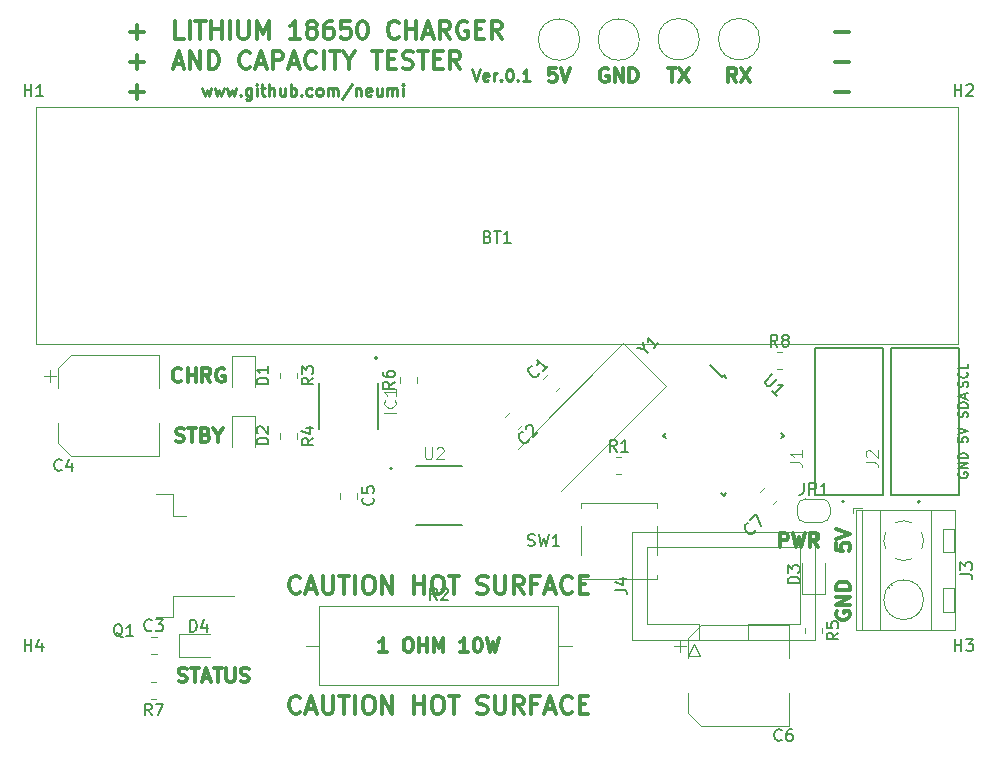
<source format=gbr>
%TF.GenerationSoftware,KiCad,Pcbnew,(5.1.8-0-10_14)*%
%TF.CreationDate,2021-01-12T16:11:11+01:00*%
%TF.ProjectId,battery_checker,62617474-6572-4795-9f63-6865636b6572,rev?*%
%TF.SameCoordinates,Original*%
%TF.FileFunction,Legend,Top*%
%TF.FilePolarity,Positive*%
%FSLAX46Y46*%
G04 Gerber Fmt 4.6, Leading zero omitted, Abs format (unit mm)*
G04 Created by KiCad (PCBNEW (5.1.8-0-10_14)) date 2021-01-12 16:11:11*
%MOMM*%
%LPD*%
G01*
G04 APERTURE LIST*
%ADD10C,0.300000*%
%ADD11C,0.250000*%
%ADD12C,0.200000*%
%ADD13C,0.120000*%
%ADD14C,0.127000*%
%ADD15C,0.150000*%
%ADD16C,0.015000*%
G04 APERTURE END LIST*
D10*
X112312142Y-66137142D02*
X113455000Y-66137142D01*
X112883571Y-66708571D02*
X112883571Y-65565714D01*
X112312142Y-68687142D02*
X113455000Y-68687142D01*
X112883571Y-69258571D02*
X112883571Y-68115714D01*
X112312142Y-71237142D02*
X113455000Y-71237142D01*
X112883571Y-71808571D02*
X112883571Y-70665714D01*
X172002142Y-66137142D02*
X173145000Y-66137142D01*
X172002142Y-68687142D02*
X173145000Y-68687142D01*
X172002142Y-71237142D02*
X173145000Y-71237142D01*
D11*
X118415357Y-70905714D02*
X118605833Y-71572380D01*
X118796309Y-71096190D01*
X118986785Y-71572380D01*
X119177261Y-70905714D01*
X119462976Y-70905714D02*
X119653452Y-71572380D01*
X119843928Y-71096190D01*
X120034404Y-71572380D01*
X120224880Y-70905714D01*
X120510595Y-70905714D02*
X120701071Y-71572380D01*
X120891547Y-71096190D01*
X121082023Y-71572380D01*
X121272500Y-70905714D01*
X121653452Y-71477142D02*
X121701071Y-71524761D01*
X121653452Y-71572380D01*
X121605833Y-71524761D01*
X121653452Y-71477142D01*
X121653452Y-71572380D01*
X122558214Y-70905714D02*
X122558214Y-71715238D01*
X122510595Y-71810476D01*
X122462976Y-71858095D01*
X122367738Y-71905714D01*
X122224880Y-71905714D01*
X122129642Y-71858095D01*
X122558214Y-71524761D02*
X122462976Y-71572380D01*
X122272500Y-71572380D01*
X122177261Y-71524761D01*
X122129642Y-71477142D01*
X122082023Y-71381904D01*
X122082023Y-71096190D01*
X122129642Y-71000952D01*
X122177261Y-70953333D01*
X122272500Y-70905714D01*
X122462976Y-70905714D01*
X122558214Y-70953333D01*
X123034404Y-71572380D02*
X123034404Y-70905714D01*
X123034404Y-70572380D02*
X122986785Y-70620000D01*
X123034404Y-70667619D01*
X123082023Y-70620000D01*
X123034404Y-70572380D01*
X123034404Y-70667619D01*
X123367738Y-70905714D02*
X123748690Y-70905714D01*
X123510595Y-70572380D02*
X123510595Y-71429523D01*
X123558214Y-71524761D01*
X123653452Y-71572380D01*
X123748690Y-71572380D01*
X124082023Y-71572380D02*
X124082023Y-70572380D01*
X124510595Y-71572380D02*
X124510595Y-71048571D01*
X124462976Y-70953333D01*
X124367738Y-70905714D01*
X124224880Y-70905714D01*
X124129642Y-70953333D01*
X124082023Y-71000952D01*
X125415357Y-70905714D02*
X125415357Y-71572380D01*
X124986785Y-70905714D02*
X124986785Y-71429523D01*
X125034404Y-71524761D01*
X125129642Y-71572380D01*
X125272500Y-71572380D01*
X125367738Y-71524761D01*
X125415357Y-71477142D01*
X125891547Y-71572380D02*
X125891547Y-70572380D01*
X125891547Y-70953333D02*
X125986785Y-70905714D01*
X126177261Y-70905714D01*
X126272500Y-70953333D01*
X126320119Y-71000952D01*
X126367738Y-71096190D01*
X126367738Y-71381904D01*
X126320119Y-71477142D01*
X126272500Y-71524761D01*
X126177261Y-71572380D01*
X125986785Y-71572380D01*
X125891547Y-71524761D01*
X126796309Y-71477142D02*
X126843928Y-71524761D01*
X126796309Y-71572380D01*
X126748690Y-71524761D01*
X126796309Y-71477142D01*
X126796309Y-71572380D01*
X127701071Y-71524761D02*
X127605833Y-71572380D01*
X127415357Y-71572380D01*
X127320119Y-71524761D01*
X127272500Y-71477142D01*
X127224880Y-71381904D01*
X127224880Y-71096190D01*
X127272500Y-71000952D01*
X127320119Y-70953333D01*
X127415357Y-70905714D01*
X127605833Y-70905714D01*
X127701071Y-70953333D01*
X128272500Y-71572380D02*
X128177261Y-71524761D01*
X128129642Y-71477142D01*
X128082023Y-71381904D01*
X128082023Y-71096190D01*
X128129642Y-71000952D01*
X128177261Y-70953333D01*
X128272500Y-70905714D01*
X128415357Y-70905714D01*
X128510595Y-70953333D01*
X128558214Y-71000952D01*
X128605833Y-71096190D01*
X128605833Y-71381904D01*
X128558214Y-71477142D01*
X128510595Y-71524761D01*
X128415357Y-71572380D01*
X128272500Y-71572380D01*
X129034404Y-71572380D02*
X129034404Y-70905714D01*
X129034404Y-71000952D02*
X129082023Y-70953333D01*
X129177261Y-70905714D01*
X129320119Y-70905714D01*
X129415357Y-70953333D01*
X129462976Y-71048571D01*
X129462976Y-71572380D01*
X129462976Y-71048571D02*
X129510595Y-70953333D01*
X129605833Y-70905714D01*
X129748690Y-70905714D01*
X129843928Y-70953333D01*
X129891547Y-71048571D01*
X129891547Y-71572380D01*
X131082023Y-70524761D02*
X130224880Y-71810476D01*
X131415357Y-70905714D02*
X131415357Y-71572380D01*
X131415357Y-71000952D02*
X131462976Y-70953333D01*
X131558214Y-70905714D01*
X131701071Y-70905714D01*
X131796309Y-70953333D01*
X131843928Y-71048571D01*
X131843928Y-71572380D01*
X132701071Y-71524761D02*
X132605833Y-71572380D01*
X132415357Y-71572380D01*
X132320119Y-71524761D01*
X132272500Y-71429523D01*
X132272500Y-71048571D01*
X132320119Y-70953333D01*
X132415357Y-70905714D01*
X132605833Y-70905714D01*
X132701071Y-70953333D01*
X132748690Y-71048571D01*
X132748690Y-71143809D01*
X132272500Y-71239047D01*
X133605833Y-70905714D02*
X133605833Y-71572380D01*
X133177261Y-70905714D02*
X133177261Y-71429523D01*
X133224880Y-71524761D01*
X133320119Y-71572380D01*
X133462976Y-71572380D01*
X133558214Y-71524761D01*
X133605833Y-71477142D01*
X134082023Y-71572380D02*
X134082023Y-70905714D01*
X134082023Y-71000952D02*
X134129642Y-70953333D01*
X134224880Y-70905714D01*
X134367738Y-70905714D01*
X134462976Y-70953333D01*
X134510595Y-71048571D01*
X134510595Y-71572380D01*
X134510595Y-71048571D02*
X134558214Y-70953333D01*
X134653452Y-70905714D01*
X134796309Y-70905714D01*
X134891547Y-70953333D01*
X134939166Y-71048571D01*
X134939166Y-71572380D01*
X135415357Y-71572380D02*
X135415357Y-70905714D01*
X135415357Y-70572380D02*
X135367738Y-70620000D01*
X135415357Y-70667619D01*
X135462976Y-70620000D01*
X135415357Y-70572380D01*
X135415357Y-70667619D01*
X141227738Y-69302380D02*
X141561071Y-70302380D01*
X141894404Y-69302380D01*
X142608690Y-70254761D02*
X142513452Y-70302380D01*
X142322976Y-70302380D01*
X142227738Y-70254761D01*
X142180119Y-70159523D01*
X142180119Y-69778571D01*
X142227738Y-69683333D01*
X142322976Y-69635714D01*
X142513452Y-69635714D01*
X142608690Y-69683333D01*
X142656309Y-69778571D01*
X142656309Y-69873809D01*
X142180119Y-69969047D01*
X143084880Y-70302380D02*
X143084880Y-69635714D01*
X143084880Y-69826190D02*
X143132500Y-69730952D01*
X143180119Y-69683333D01*
X143275357Y-69635714D01*
X143370595Y-69635714D01*
X143703928Y-70207142D02*
X143751547Y-70254761D01*
X143703928Y-70302380D01*
X143656309Y-70254761D01*
X143703928Y-70207142D01*
X143703928Y-70302380D01*
X144370595Y-69302380D02*
X144465833Y-69302380D01*
X144561071Y-69350000D01*
X144608690Y-69397619D01*
X144656309Y-69492857D01*
X144703928Y-69683333D01*
X144703928Y-69921428D01*
X144656309Y-70111904D01*
X144608690Y-70207142D01*
X144561071Y-70254761D01*
X144465833Y-70302380D01*
X144370595Y-70302380D01*
X144275357Y-70254761D01*
X144227738Y-70207142D01*
X144180119Y-70111904D01*
X144132500Y-69921428D01*
X144132500Y-69683333D01*
X144180119Y-69492857D01*
X144227738Y-69397619D01*
X144275357Y-69350000D01*
X144370595Y-69302380D01*
X145132500Y-70207142D02*
X145180119Y-70254761D01*
X145132500Y-70302380D01*
X145084880Y-70254761D01*
X145132500Y-70207142D01*
X145132500Y-70302380D01*
X146132500Y-70302380D02*
X145561071Y-70302380D01*
X145846785Y-70302380D02*
X145846785Y-69302380D01*
X145751547Y-69445238D01*
X145656309Y-69540476D01*
X145561071Y-69588095D01*
D10*
X116836428Y-66713571D02*
X116122142Y-66713571D01*
X116122142Y-65213571D01*
X117336428Y-66713571D02*
X117336428Y-65213571D01*
X117836428Y-65213571D02*
X118693571Y-65213571D01*
X118265000Y-66713571D02*
X118265000Y-65213571D01*
X119193571Y-66713571D02*
X119193571Y-65213571D01*
X119193571Y-65927857D02*
X120050714Y-65927857D01*
X120050714Y-66713571D02*
X120050714Y-65213571D01*
X120765000Y-66713571D02*
X120765000Y-65213571D01*
X121479285Y-65213571D02*
X121479285Y-66427857D01*
X121550714Y-66570714D01*
X121622142Y-66642142D01*
X121765000Y-66713571D01*
X122050714Y-66713571D01*
X122193571Y-66642142D01*
X122265000Y-66570714D01*
X122336428Y-66427857D01*
X122336428Y-65213571D01*
X123050714Y-66713571D02*
X123050714Y-65213571D01*
X123550714Y-66285000D01*
X124050714Y-65213571D01*
X124050714Y-66713571D01*
X126693571Y-66713571D02*
X125836428Y-66713571D01*
X126265000Y-66713571D02*
X126265000Y-65213571D01*
X126122142Y-65427857D01*
X125979285Y-65570714D01*
X125836428Y-65642142D01*
X127550714Y-65856428D02*
X127407857Y-65785000D01*
X127336428Y-65713571D01*
X127265000Y-65570714D01*
X127265000Y-65499285D01*
X127336428Y-65356428D01*
X127407857Y-65285000D01*
X127550714Y-65213571D01*
X127836428Y-65213571D01*
X127979285Y-65285000D01*
X128050714Y-65356428D01*
X128122142Y-65499285D01*
X128122142Y-65570714D01*
X128050714Y-65713571D01*
X127979285Y-65785000D01*
X127836428Y-65856428D01*
X127550714Y-65856428D01*
X127407857Y-65927857D01*
X127336428Y-65999285D01*
X127265000Y-66142142D01*
X127265000Y-66427857D01*
X127336428Y-66570714D01*
X127407857Y-66642142D01*
X127550714Y-66713571D01*
X127836428Y-66713571D01*
X127979285Y-66642142D01*
X128050714Y-66570714D01*
X128122142Y-66427857D01*
X128122142Y-66142142D01*
X128050714Y-65999285D01*
X127979285Y-65927857D01*
X127836428Y-65856428D01*
X129407857Y-65213571D02*
X129122142Y-65213571D01*
X128979285Y-65285000D01*
X128907857Y-65356428D01*
X128765000Y-65570714D01*
X128693571Y-65856428D01*
X128693571Y-66427857D01*
X128765000Y-66570714D01*
X128836428Y-66642142D01*
X128979285Y-66713571D01*
X129265000Y-66713571D01*
X129407857Y-66642142D01*
X129479285Y-66570714D01*
X129550714Y-66427857D01*
X129550714Y-66070714D01*
X129479285Y-65927857D01*
X129407857Y-65856428D01*
X129265000Y-65785000D01*
X128979285Y-65785000D01*
X128836428Y-65856428D01*
X128765000Y-65927857D01*
X128693571Y-66070714D01*
X130907857Y-65213571D02*
X130193571Y-65213571D01*
X130122142Y-65927857D01*
X130193571Y-65856428D01*
X130336428Y-65785000D01*
X130693571Y-65785000D01*
X130836428Y-65856428D01*
X130907857Y-65927857D01*
X130979285Y-66070714D01*
X130979285Y-66427857D01*
X130907857Y-66570714D01*
X130836428Y-66642142D01*
X130693571Y-66713571D01*
X130336428Y-66713571D01*
X130193571Y-66642142D01*
X130122142Y-66570714D01*
X131907857Y-65213571D02*
X132050714Y-65213571D01*
X132193571Y-65285000D01*
X132265000Y-65356428D01*
X132336428Y-65499285D01*
X132407857Y-65785000D01*
X132407857Y-66142142D01*
X132336428Y-66427857D01*
X132265000Y-66570714D01*
X132193571Y-66642142D01*
X132050714Y-66713571D01*
X131907857Y-66713571D01*
X131765000Y-66642142D01*
X131693571Y-66570714D01*
X131622142Y-66427857D01*
X131550714Y-66142142D01*
X131550714Y-65785000D01*
X131622142Y-65499285D01*
X131693571Y-65356428D01*
X131765000Y-65285000D01*
X131907857Y-65213571D01*
X135050714Y-66570714D02*
X134979285Y-66642142D01*
X134765000Y-66713571D01*
X134622142Y-66713571D01*
X134407857Y-66642142D01*
X134265000Y-66499285D01*
X134193571Y-66356428D01*
X134122142Y-66070714D01*
X134122142Y-65856428D01*
X134193571Y-65570714D01*
X134265000Y-65427857D01*
X134407857Y-65285000D01*
X134622142Y-65213571D01*
X134765000Y-65213571D01*
X134979285Y-65285000D01*
X135050714Y-65356428D01*
X135693571Y-66713571D02*
X135693571Y-65213571D01*
X135693571Y-65927857D02*
X136550714Y-65927857D01*
X136550714Y-66713571D02*
X136550714Y-65213571D01*
X137193571Y-66285000D02*
X137907857Y-66285000D01*
X137050714Y-66713571D02*
X137550714Y-65213571D01*
X138050714Y-66713571D01*
X139407857Y-66713571D02*
X138907857Y-65999285D01*
X138550714Y-66713571D02*
X138550714Y-65213571D01*
X139122142Y-65213571D01*
X139265000Y-65285000D01*
X139336428Y-65356428D01*
X139407857Y-65499285D01*
X139407857Y-65713571D01*
X139336428Y-65856428D01*
X139265000Y-65927857D01*
X139122142Y-65999285D01*
X138550714Y-65999285D01*
X140836428Y-65285000D02*
X140693571Y-65213571D01*
X140479285Y-65213571D01*
X140265000Y-65285000D01*
X140122142Y-65427857D01*
X140050714Y-65570714D01*
X139979285Y-65856428D01*
X139979285Y-66070714D01*
X140050714Y-66356428D01*
X140122142Y-66499285D01*
X140265000Y-66642142D01*
X140479285Y-66713571D01*
X140622142Y-66713571D01*
X140836428Y-66642142D01*
X140907857Y-66570714D01*
X140907857Y-66070714D01*
X140622142Y-66070714D01*
X141550714Y-65927857D02*
X142050714Y-65927857D01*
X142265000Y-66713571D02*
X141550714Y-66713571D01*
X141550714Y-65213571D01*
X142265000Y-65213571D01*
X143765000Y-66713571D02*
X143265000Y-65999285D01*
X142907857Y-66713571D02*
X142907857Y-65213571D01*
X143479285Y-65213571D01*
X143622142Y-65285000D01*
X143693571Y-65356428D01*
X143765000Y-65499285D01*
X143765000Y-65713571D01*
X143693571Y-65856428D01*
X143622142Y-65927857D01*
X143479285Y-65999285D01*
X142907857Y-65999285D01*
X116050714Y-68835000D02*
X116765000Y-68835000D01*
X115907857Y-69263571D02*
X116407857Y-67763571D01*
X116907857Y-69263571D01*
X117407857Y-69263571D02*
X117407857Y-67763571D01*
X118265000Y-69263571D01*
X118265000Y-67763571D01*
X118979285Y-69263571D02*
X118979285Y-67763571D01*
X119336428Y-67763571D01*
X119550714Y-67835000D01*
X119693571Y-67977857D01*
X119765000Y-68120714D01*
X119836428Y-68406428D01*
X119836428Y-68620714D01*
X119765000Y-68906428D01*
X119693571Y-69049285D01*
X119550714Y-69192142D01*
X119336428Y-69263571D01*
X118979285Y-69263571D01*
X122479285Y-69120714D02*
X122407857Y-69192142D01*
X122193571Y-69263571D01*
X122050714Y-69263571D01*
X121836428Y-69192142D01*
X121693571Y-69049285D01*
X121622142Y-68906428D01*
X121550714Y-68620714D01*
X121550714Y-68406428D01*
X121622142Y-68120714D01*
X121693571Y-67977857D01*
X121836428Y-67835000D01*
X122050714Y-67763571D01*
X122193571Y-67763571D01*
X122407857Y-67835000D01*
X122479285Y-67906428D01*
X123050714Y-68835000D02*
X123765000Y-68835000D01*
X122907857Y-69263571D02*
X123407857Y-67763571D01*
X123907857Y-69263571D01*
X124407857Y-69263571D02*
X124407857Y-67763571D01*
X124979285Y-67763571D01*
X125122142Y-67835000D01*
X125193571Y-67906428D01*
X125265000Y-68049285D01*
X125265000Y-68263571D01*
X125193571Y-68406428D01*
X125122142Y-68477857D01*
X124979285Y-68549285D01*
X124407857Y-68549285D01*
X125836428Y-68835000D02*
X126550714Y-68835000D01*
X125693571Y-69263571D02*
X126193571Y-67763571D01*
X126693571Y-69263571D01*
X128050714Y-69120714D02*
X127979285Y-69192142D01*
X127765000Y-69263571D01*
X127622142Y-69263571D01*
X127407857Y-69192142D01*
X127265000Y-69049285D01*
X127193571Y-68906428D01*
X127122142Y-68620714D01*
X127122142Y-68406428D01*
X127193571Y-68120714D01*
X127265000Y-67977857D01*
X127407857Y-67835000D01*
X127622142Y-67763571D01*
X127765000Y-67763571D01*
X127979285Y-67835000D01*
X128050714Y-67906428D01*
X128693571Y-69263571D02*
X128693571Y-67763571D01*
X129193571Y-67763571D02*
X130050714Y-67763571D01*
X129622142Y-69263571D02*
X129622142Y-67763571D01*
X130836428Y-68549285D02*
X130836428Y-69263571D01*
X130336428Y-67763571D02*
X130836428Y-68549285D01*
X131336428Y-67763571D01*
X132765000Y-67763571D02*
X133622142Y-67763571D01*
X133193571Y-69263571D02*
X133193571Y-67763571D01*
X134122142Y-68477857D02*
X134622142Y-68477857D01*
X134836428Y-69263571D02*
X134122142Y-69263571D01*
X134122142Y-67763571D01*
X134836428Y-67763571D01*
X135407857Y-69192142D02*
X135622142Y-69263571D01*
X135979285Y-69263571D01*
X136122142Y-69192142D01*
X136193571Y-69120714D01*
X136265000Y-68977857D01*
X136265000Y-68835000D01*
X136193571Y-68692142D01*
X136122142Y-68620714D01*
X135979285Y-68549285D01*
X135693571Y-68477857D01*
X135550714Y-68406428D01*
X135479285Y-68335000D01*
X135407857Y-68192142D01*
X135407857Y-68049285D01*
X135479285Y-67906428D01*
X135550714Y-67835000D01*
X135693571Y-67763571D01*
X136050714Y-67763571D01*
X136265000Y-67835000D01*
X136693571Y-67763571D02*
X137550714Y-67763571D01*
X137122142Y-69263571D02*
X137122142Y-67763571D01*
X138050714Y-68477857D02*
X138550714Y-68477857D01*
X138765000Y-69263571D02*
X138050714Y-69263571D01*
X138050714Y-67763571D01*
X138765000Y-67763571D01*
X140265000Y-69263571D02*
X139765000Y-68549285D01*
X139407857Y-69263571D02*
X139407857Y-67763571D01*
X139979285Y-67763571D01*
X140122142Y-67835000D01*
X140193571Y-67906428D01*
X140265000Y-68049285D01*
X140265000Y-68263571D01*
X140193571Y-68406428D01*
X140122142Y-68477857D01*
X139979285Y-68549285D01*
X139407857Y-68549285D01*
D12*
X182480000Y-103479523D02*
X182441904Y-103555714D01*
X182441904Y-103670000D01*
X182480000Y-103784285D01*
X182556190Y-103860476D01*
X182632380Y-103898571D01*
X182784761Y-103936666D01*
X182899047Y-103936666D01*
X183051428Y-103898571D01*
X183127619Y-103860476D01*
X183203809Y-103784285D01*
X183241904Y-103670000D01*
X183241904Y-103593809D01*
X183203809Y-103479523D01*
X183165714Y-103441428D01*
X182899047Y-103441428D01*
X182899047Y-103593809D01*
X183241904Y-103098571D02*
X182441904Y-103098571D01*
X183241904Y-102641428D01*
X182441904Y-102641428D01*
X183241904Y-102260476D02*
X182441904Y-102260476D01*
X182441904Y-102070000D01*
X182480000Y-101955714D01*
X182556190Y-101879523D01*
X182632380Y-101841428D01*
X182784761Y-101803333D01*
X182899047Y-101803333D01*
X183051428Y-101841428D01*
X183127619Y-101879523D01*
X183203809Y-101955714D01*
X183241904Y-102070000D01*
X183241904Y-102260476D01*
X182441904Y-100482380D02*
X182441904Y-100863333D01*
X182822857Y-100901428D01*
X182784761Y-100863333D01*
X182746666Y-100787142D01*
X182746666Y-100596666D01*
X182784761Y-100520476D01*
X182822857Y-100482380D01*
X182899047Y-100444285D01*
X183089523Y-100444285D01*
X183165714Y-100482380D01*
X183203809Y-100520476D01*
X183241904Y-100596666D01*
X183241904Y-100787142D01*
X183203809Y-100863333D01*
X183165714Y-100901428D01*
X182441904Y-100215714D02*
X183241904Y-99949047D01*
X182441904Y-99682380D01*
X183203809Y-96202380D02*
X183241904Y-96088095D01*
X183241904Y-95897619D01*
X183203809Y-95821428D01*
X183165714Y-95783333D01*
X183089523Y-95745238D01*
X183013333Y-95745238D01*
X182937142Y-95783333D01*
X182899047Y-95821428D01*
X182860952Y-95897619D01*
X182822857Y-96050000D01*
X182784761Y-96126190D01*
X182746666Y-96164285D01*
X182670476Y-96202380D01*
X182594285Y-96202380D01*
X182518095Y-96164285D01*
X182480000Y-96126190D01*
X182441904Y-96050000D01*
X182441904Y-95859523D01*
X182480000Y-95745238D01*
X183165714Y-94945238D02*
X183203809Y-94983333D01*
X183241904Y-95097619D01*
X183241904Y-95173809D01*
X183203809Y-95288095D01*
X183127619Y-95364285D01*
X183051428Y-95402380D01*
X182899047Y-95440476D01*
X182784761Y-95440476D01*
X182632380Y-95402380D01*
X182556190Y-95364285D01*
X182480000Y-95288095D01*
X182441904Y-95173809D01*
X182441904Y-95097619D01*
X182480000Y-94983333D01*
X182518095Y-94945238D01*
X183241904Y-94221428D02*
X183241904Y-94602380D01*
X182441904Y-94602380D01*
X183203809Y-98761428D02*
X183241904Y-98647142D01*
X183241904Y-98456666D01*
X183203809Y-98380476D01*
X183165714Y-98342380D01*
X183089523Y-98304285D01*
X183013333Y-98304285D01*
X182937142Y-98342380D01*
X182899047Y-98380476D01*
X182860952Y-98456666D01*
X182822857Y-98609047D01*
X182784761Y-98685238D01*
X182746666Y-98723333D01*
X182670476Y-98761428D01*
X182594285Y-98761428D01*
X182518095Y-98723333D01*
X182480000Y-98685238D01*
X182441904Y-98609047D01*
X182441904Y-98418571D01*
X182480000Y-98304285D01*
X183241904Y-97961428D02*
X182441904Y-97961428D01*
X182441904Y-97770952D01*
X182480000Y-97656666D01*
X182556190Y-97580476D01*
X182632380Y-97542380D01*
X182784761Y-97504285D01*
X182899047Y-97504285D01*
X183051428Y-97542380D01*
X183127619Y-97580476D01*
X183203809Y-97656666D01*
X183241904Y-97770952D01*
X183241904Y-97961428D01*
X183013333Y-97199523D02*
X183013333Y-96818571D01*
X183241904Y-97275714D02*
X182441904Y-97009047D01*
X183241904Y-96742380D01*
D10*
X163630000Y-70392857D02*
X163230000Y-69821428D01*
X162944285Y-70392857D02*
X162944285Y-69192857D01*
X163401428Y-69192857D01*
X163515714Y-69250000D01*
X163572857Y-69307142D01*
X163630000Y-69421428D01*
X163630000Y-69592857D01*
X163572857Y-69707142D01*
X163515714Y-69764285D01*
X163401428Y-69821428D01*
X162944285Y-69821428D01*
X164030000Y-69192857D02*
X164830000Y-70392857D01*
X164830000Y-69192857D02*
X164030000Y-70392857D01*
X157835714Y-69192857D02*
X158521428Y-69192857D01*
X158178571Y-70392857D02*
X158178571Y-69192857D01*
X158807142Y-69192857D02*
X159607142Y-70392857D01*
X159607142Y-69192857D02*
X158807142Y-70392857D01*
X152755714Y-69250000D02*
X152641428Y-69192857D01*
X152470000Y-69192857D01*
X152298571Y-69250000D01*
X152184285Y-69364285D01*
X152127142Y-69478571D01*
X152070000Y-69707142D01*
X152070000Y-69878571D01*
X152127142Y-70107142D01*
X152184285Y-70221428D01*
X152298571Y-70335714D01*
X152470000Y-70392857D01*
X152584285Y-70392857D01*
X152755714Y-70335714D01*
X152812857Y-70278571D01*
X152812857Y-69878571D01*
X152584285Y-69878571D01*
X153327142Y-70392857D02*
X153327142Y-69192857D01*
X154012857Y-70392857D01*
X154012857Y-69192857D01*
X154584285Y-70392857D02*
X154584285Y-69192857D01*
X154870000Y-69192857D01*
X155041428Y-69250000D01*
X155155714Y-69364285D01*
X155212857Y-69478571D01*
X155270000Y-69707142D01*
X155270000Y-69878571D01*
X155212857Y-70107142D01*
X155155714Y-70221428D01*
X155041428Y-70335714D01*
X154870000Y-70392857D01*
X154584285Y-70392857D01*
X148361428Y-69192857D02*
X147790000Y-69192857D01*
X147732857Y-69764285D01*
X147790000Y-69707142D01*
X147904285Y-69650000D01*
X148190000Y-69650000D01*
X148304285Y-69707142D01*
X148361428Y-69764285D01*
X148418571Y-69878571D01*
X148418571Y-70164285D01*
X148361428Y-70278571D01*
X148304285Y-70335714D01*
X148190000Y-70392857D01*
X147904285Y-70392857D01*
X147790000Y-70335714D01*
X147732857Y-70278571D01*
X148761428Y-69192857D02*
X149161428Y-70392857D01*
X149561428Y-69192857D01*
X172120000Y-115214285D02*
X172062857Y-115328571D01*
X172062857Y-115500000D01*
X172120000Y-115671428D01*
X172234285Y-115785714D01*
X172348571Y-115842857D01*
X172577142Y-115900000D01*
X172748571Y-115900000D01*
X172977142Y-115842857D01*
X173091428Y-115785714D01*
X173205714Y-115671428D01*
X173262857Y-115500000D01*
X173262857Y-115385714D01*
X173205714Y-115214285D01*
X173148571Y-115157142D01*
X172748571Y-115157142D01*
X172748571Y-115385714D01*
X173262857Y-114642857D02*
X172062857Y-114642857D01*
X173262857Y-113957142D01*
X172062857Y-113957142D01*
X173262857Y-113385714D02*
X172062857Y-113385714D01*
X172062857Y-113100000D01*
X172120000Y-112928571D01*
X172234285Y-112814285D01*
X172348571Y-112757142D01*
X172577142Y-112700000D01*
X172748571Y-112700000D01*
X172977142Y-112757142D01*
X173091428Y-112814285D01*
X173205714Y-112928571D01*
X173262857Y-113100000D01*
X173262857Y-113385714D01*
X172062857Y-109448571D02*
X172062857Y-110020000D01*
X172634285Y-110077142D01*
X172577142Y-110020000D01*
X172520000Y-109905714D01*
X172520000Y-109620000D01*
X172577142Y-109505714D01*
X172634285Y-109448571D01*
X172748571Y-109391428D01*
X173034285Y-109391428D01*
X173148571Y-109448571D01*
X173205714Y-109505714D01*
X173262857Y-109620000D01*
X173262857Y-109905714D01*
X173205714Y-110020000D01*
X173148571Y-110077142D01*
X172062857Y-109048571D02*
X173262857Y-108648571D01*
X172062857Y-108248571D01*
X126715714Y-113565714D02*
X126644285Y-113637142D01*
X126430000Y-113708571D01*
X126287142Y-113708571D01*
X126072857Y-113637142D01*
X125930000Y-113494285D01*
X125858571Y-113351428D01*
X125787142Y-113065714D01*
X125787142Y-112851428D01*
X125858571Y-112565714D01*
X125930000Y-112422857D01*
X126072857Y-112280000D01*
X126287142Y-112208571D01*
X126430000Y-112208571D01*
X126644285Y-112280000D01*
X126715714Y-112351428D01*
X127287142Y-113280000D02*
X128001428Y-113280000D01*
X127144285Y-113708571D02*
X127644285Y-112208571D01*
X128144285Y-113708571D01*
X128644285Y-112208571D02*
X128644285Y-113422857D01*
X128715714Y-113565714D01*
X128787142Y-113637142D01*
X128930000Y-113708571D01*
X129215714Y-113708571D01*
X129358571Y-113637142D01*
X129430000Y-113565714D01*
X129501428Y-113422857D01*
X129501428Y-112208571D01*
X130001428Y-112208571D02*
X130858571Y-112208571D01*
X130430000Y-113708571D02*
X130430000Y-112208571D01*
X131358571Y-113708571D02*
X131358571Y-112208571D01*
X132358571Y-112208571D02*
X132644285Y-112208571D01*
X132787142Y-112280000D01*
X132930000Y-112422857D01*
X133001428Y-112708571D01*
X133001428Y-113208571D01*
X132930000Y-113494285D01*
X132787142Y-113637142D01*
X132644285Y-113708571D01*
X132358571Y-113708571D01*
X132215714Y-113637142D01*
X132072857Y-113494285D01*
X132001428Y-113208571D01*
X132001428Y-112708571D01*
X132072857Y-112422857D01*
X132215714Y-112280000D01*
X132358571Y-112208571D01*
X133644285Y-113708571D02*
X133644285Y-112208571D01*
X134501428Y-113708571D01*
X134501428Y-112208571D01*
X136358571Y-113708571D02*
X136358571Y-112208571D01*
X136358571Y-112922857D02*
X137215714Y-112922857D01*
X137215714Y-113708571D02*
X137215714Y-112208571D01*
X138215714Y-112208571D02*
X138501428Y-112208571D01*
X138644285Y-112280000D01*
X138787142Y-112422857D01*
X138858571Y-112708571D01*
X138858571Y-113208571D01*
X138787142Y-113494285D01*
X138644285Y-113637142D01*
X138501428Y-113708571D01*
X138215714Y-113708571D01*
X138072857Y-113637142D01*
X137930000Y-113494285D01*
X137858571Y-113208571D01*
X137858571Y-112708571D01*
X137930000Y-112422857D01*
X138072857Y-112280000D01*
X138215714Y-112208571D01*
X139287142Y-112208571D02*
X140144285Y-112208571D01*
X139715714Y-113708571D02*
X139715714Y-112208571D01*
X141715714Y-113637142D02*
X141930000Y-113708571D01*
X142287142Y-113708571D01*
X142430000Y-113637142D01*
X142501428Y-113565714D01*
X142572857Y-113422857D01*
X142572857Y-113280000D01*
X142501428Y-113137142D01*
X142430000Y-113065714D01*
X142287142Y-112994285D01*
X142001428Y-112922857D01*
X141858571Y-112851428D01*
X141787142Y-112780000D01*
X141715714Y-112637142D01*
X141715714Y-112494285D01*
X141787142Y-112351428D01*
X141858571Y-112280000D01*
X142001428Y-112208571D01*
X142358571Y-112208571D01*
X142572857Y-112280000D01*
X143215714Y-112208571D02*
X143215714Y-113422857D01*
X143287142Y-113565714D01*
X143358571Y-113637142D01*
X143501428Y-113708571D01*
X143787142Y-113708571D01*
X143930000Y-113637142D01*
X144001428Y-113565714D01*
X144072857Y-113422857D01*
X144072857Y-112208571D01*
X145644285Y-113708571D02*
X145144285Y-112994285D01*
X144787142Y-113708571D02*
X144787142Y-112208571D01*
X145358571Y-112208571D01*
X145501428Y-112280000D01*
X145572857Y-112351428D01*
X145644285Y-112494285D01*
X145644285Y-112708571D01*
X145572857Y-112851428D01*
X145501428Y-112922857D01*
X145358571Y-112994285D01*
X144787142Y-112994285D01*
X146787142Y-112922857D02*
X146287142Y-112922857D01*
X146287142Y-113708571D02*
X146287142Y-112208571D01*
X147001428Y-112208571D01*
X147501428Y-113280000D02*
X148215714Y-113280000D01*
X147358571Y-113708571D02*
X147858571Y-112208571D01*
X148358571Y-113708571D01*
X149715714Y-113565714D02*
X149644285Y-113637142D01*
X149430000Y-113708571D01*
X149287142Y-113708571D01*
X149072857Y-113637142D01*
X148930000Y-113494285D01*
X148858571Y-113351428D01*
X148787142Y-113065714D01*
X148787142Y-112851428D01*
X148858571Y-112565714D01*
X148930000Y-112422857D01*
X149072857Y-112280000D01*
X149287142Y-112208571D01*
X149430000Y-112208571D01*
X149644285Y-112280000D01*
X149715714Y-112351428D01*
X150358571Y-112922857D02*
X150858571Y-112922857D01*
X151072857Y-113708571D02*
X150358571Y-113708571D01*
X150358571Y-112208571D01*
X151072857Y-112208571D01*
X126715714Y-123725714D02*
X126644285Y-123797142D01*
X126430000Y-123868571D01*
X126287142Y-123868571D01*
X126072857Y-123797142D01*
X125930000Y-123654285D01*
X125858571Y-123511428D01*
X125787142Y-123225714D01*
X125787142Y-123011428D01*
X125858571Y-122725714D01*
X125930000Y-122582857D01*
X126072857Y-122440000D01*
X126287142Y-122368571D01*
X126430000Y-122368571D01*
X126644285Y-122440000D01*
X126715714Y-122511428D01*
X127287142Y-123440000D02*
X128001428Y-123440000D01*
X127144285Y-123868571D02*
X127644285Y-122368571D01*
X128144285Y-123868571D01*
X128644285Y-122368571D02*
X128644285Y-123582857D01*
X128715714Y-123725714D01*
X128787142Y-123797142D01*
X128930000Y-123868571D01*
X129215714Y-123868571D01*
X129358571Y-123797142D01*
X129430000Y-123725714D01*
X129501428Y-123582857D01*
X129501428Y-122368571D01*
X130001428Y-122368571D02*
X130858571Y-122368571D01*
X130430000Y-123868571D02*
X130430000Y-122368571D01*
X131358571Y-123868571D02*
X131358571Y-122368571D01*
X132358571Y-122368571D02*
X132644285Y-122368571D01*
X132787142Y-122440000D01*
X132930000Y-122582857D01*
X133001428Y-122868571D01*
X133001428Y-123368571D01*
X132930000Y-123654285D01*
X132787142Y-123797142D01*
X132644285Y-123868571D01*
X132358571Y-123868571D01*
X132215714Y-123797142D01*
X132072857Y-123654285D01*
X132001428Y-123368571D01*
X132001428Y-122868571D01*
X132072857Y-122582857D01*
X132215714Y-122440000D01*
X132358571Y-122368571D01*
X133644285Y-123868571D02*
X133644285Y-122368571D01*
X134501428Y-123868571D01*
X134501428Y-122368571D01*
X136358571Y-123868571D02*
X136358571Y-122368571D01*
X136358571Y-123082857D02*
X137215714Y-123082857D01*
X137215714Y-123868571D02*
X137215714Y-122368571D01*
X138215714Y-122368571D02*
X138501428Y-122368571D01*
X138644285Y-122440000D01*
X138787142Y-122582857D01*
X138858571Y-122868571D01*
X138858571Y-123368571D01*
X138787142Y-123654285D01*
X138644285Y-123797142D01*
X138501428Y-123868571D01*
X138215714Y-123868571D01*
X138072857Y-123797142D01*
X137930000Y-123654285D01*
X137858571Y-123368571D01*
X137858571Y-122868571D01*
X137930000Y-122582857D01*
X138072857Y-122440000D01*
X138215714Y-122368571D01*
X139287142Y-122368571D02*
X140144285Y-122368571D01*
X139715714Y-123868571D02*
X139715714Y-122368571D01*
X141715714Y-123797142D02*
X141930000Y-123868571D01*
X142287142Y-123868571D01*
X142430000Y-123797142D01*
X142501428Y-123725714D01*
X142572857Y-123582857D01*
X142572857Y-123440000D01*
X142501428Y-123297142D01*
X142430000Y-123225714D01*
X142287142Y-123154285D01*
X142001428Y-123082857D01*
X141858571Y-123011428D01*
X141787142Y-122940000D01*
X141715714Y-122797142D01*
X141715714Y-122654285D01*
X141787142Y-122511428D01*
X141858571Y-122440000D01*
X142001428Y-122368571D01*
X142358571Y-122368571D01*
X142572857Y-122440000D01*
X143215714Y-122368571D02*
X143215714Y-123582857D01*
X143287142Y-123725714D01*
X143358571Y-123797142D01*
X143501428Y-123868571D01*
X143787142Y-123868571D01*
X143930000Y-123797142D01*
X144001428Y-123725714D01*
X144072857Y-123582857D01*
X144072857Y-122368571D01*
X145644285Y-123868571D02*
X145144285Y-123154285D01*
X144787142Y-123868571D02*
X144787142Y-122368571D01*
X145358571Y-122368571D01*
X145501428Y-122440000D01*
X145572857Y-122511428D01*
X145644285Y-122654285D01*
X145644285Y-122868571D01*
X145572857Y-123011428D01*
X145501428Y-123082857D01*
X145358571Y-123154285D01*
X144787142Y-123154285D01*
X146787142Y-123082857D02*
X146287142Y-123082857D01*
X146287142Y-123868571D02*
X146287142Y-122368571D01*
X147001428Y-122368571D01*
X147501428Y-123440000D02*
X148215714Y-123440000D01*
X147358571Y-123868571D02*
X147858571Y-122368571D01*
X148358571Y-123868571D01*
X149715714Y-123725714D02*
X149644285Y-123797142D01*
X149430000Y-123868571D01*
X149287142Y-123868571D01*
X149072857Y-123797142D01*
X148930000Y-123654285D01*
X148858571Y-123511428D01*
X148787142Y-123225714D01*
X148787142Y-123011428D01*
X148858571Y-122725714D01*
X148930000Y-122582857D01*
X149072857Y-122440000D01*
X149287142Y-122368571D01*
X149430000Y-122368571D01*
X149644285Y-122440000D01*
X149715714Y-122511428D01*
X150358571Y-123082857D02*
X150858571Y-123082857D01*
X151072857Y-123868571D02*
X150358571Y-123868571D01*
X150358571Y-122368571D01*
X151072857Y-122368571D01*
X134087142Y-118652857D02*
X133401428Y-118652857D01*
X133744285Y-118652857D02*
X133744285Y-117452857D01*
X133630000Y-117624285D01*
X133515714Y-117738571D01*
X133401428Y-117795714D01*
X135744285Y-117452857D02*
X135972857Y-117452857D01*
X136087142Y-117510000D01*
X136201428Y-117624285D01*
X136258571Y-117852857D01*
X136258571Y-118252857D01*
X136201428Y-118481428D01*
X136087142Y-118595714D01*
X135972857Y-118652857D01*
X135744285Y-118652857D01*
X135630000Y-118595714D01*
X135515714Y-118481428D01*
X135458571Y-118252857D01*
X135458571Y-117852857D01*
X135515714Y-117624285D01*
X135630000Y-117510000D01*
X135744285Y-117452857D01*
X136772857Y-118652857D02*
X136772857Y-117452857D01*
X136772857Y-118024285D02*
X137458571Y-118024285D01*
X137458571Y-118652857D02*
X137458571Y-117452857D01*
X138030000Y-118652857D02*
X138030000Y-117452857D01*
X138430000Y-118310000D01*
X138830000Y-117452857D01*
X138830000Y-118652857D01*
X140944285Y-118652857D02*
X140258571Y-118652857D01*
X140601428Y-118652857D02*
X140601428Y-117452857D01*
X140487142Y-117624285D01*
X140372857Y-117738571D01*
X140258571Y-117795714D01*
X141687142Y-117452857D02*
X141801428Y-117452857D01*
X141915714Y-117510000D01*
X141972857Y-117567142D01*
X142030000Y-117681428D01*
X142087142Y-117910000D01*
X142087142Y-118195714D01*
X142030000Y-118424285D01*
X141972857Y-118538571D01*
X141915714Y-118595714D01*
X141801428Y-118652857D01*
X141687142Y-118652857D01*
X141572857Y-118595714D01*
X141515714Y-118538571D01*
X141458571Y-118424285D01*
X141401428Y-118195714D01*
X141401428Y-117910000D01*
X141458571Y-117681428D01*
X141515714Y-117567142D01*
X141572857Y-117510000D01*
X141687142Y-117452857D01*
X142487142Y-117452857D02*
X142772857Y-118652857D01*
X143001428Y-117795714D01*
X143230000Y-118652857D01*
X143515714Y-117452857D01*
X116408571Y-121135714D02*
X116580000Y-121192857D01*
X116865714Y-121192857D01*
X116980000Y-121135714D01*
X117037142Y-121078571D01*
X117094285Y-120964285D01*
X117094285Y-120850000D01*
X117037142Y-120735714D01*
X116980000Y-120678571D01*
X116865714Y-120621428D01*
X116637142Y-120564285D01*
X116522857Y-120507142D01*
X116465714Y-120450000D01*
X116408571Y-120335714D01*
X116408571Y-120221428D01*
X116465714Y-120107142D01*
X116522857Y-120050000D01*
X116637142Y-119992857D01*
X116922857Y-119992857D01*
X117094285Y-120050000D01*
X117437142Y-119992857D02*
X118122857Y-119992857D01*
X117780000Y-121192857D02*
X117780000Y-119992857D01*
X118465714Y-120850000D02*
X119037142Y-120850000D01*
X118351428Y-121192857D02*
X118751428Y-119992857D01*
X119151428Y-121192857D01*
X119380000Y-119992857D02*
X120065714Y-119992857D01*
X119722857Y-121192857D02*
X119722857Y-119992857D01*
X120465714Y-119992857D02*
X120465714Y-120964285D01*
X120522857Y-121078571D01*
X120580000Y-121135714D01*
X120694285Y-121192857D01*
X120922857Y-121192857D01*
X121037142Y-121135714D01*
X121094285Y-121078571D01*
X121151428Y-120964285D01*
X121151428Y-119992857D01*
X121665714Y-121135714D02*
X121837142Y-121192857D01*
X122122857Y-121192857D01*
X122237142Y-121135714D01*
X122294285Y-121078571D01*
X122351428Y-120964285D01*
X122351428Y-120850000D01*
X122294285Y-120735714D01*
X122237142Y-120678571D01*
X122122857Y-120621428D01*
X121894285Y-120564285D01*
X121780000Y-120507142D01*
X121722857Y-120450000D01*
X121665714Y-120335714D01*
X121665714Y-120221428D01*
X121722857Y-120107142D01*
X121780000Y-120050000D01*
X121894285Y-119992857D01*
X122180000Y-119992857D01*
X122351428Y-120050000D01*
X167310000Y-109762857D02*
X167310000Y-108562857D01*
X167767142Y-108562857D01*
X167881428Y-108620000D01*
X167938571Y-108677142D01*
X167995714Y-108791428D01*
X167995714Y-108962857D01*
X167938571Y-109077142D01*
X167881428Y-109134285D01*
X167767142Y-109191428D01*
X167310000Y-109191428D01*
X168395714Y-108562857D02*
X168681428Y-109762857D01*
X168910000Y-108905714D01*
X169138571Y-109762857D01*
X169424285Y-108562857D01*
X170567142Y-109762857D02*
X170167142Y-109191428D01*
X169881428Y-109762857D02*
X169881428Y-108562857D01*
X170338571Y-108562857D01*
X170452857Y-108620000D01*
X170510000Y-108677142D01*
X170567142Y-108791428D01*
X170567142Y-108962857D01*
X170510000Y-109077142D01*
X170452857Y-109134285D01*
X170338571Y-109191428D01*
X169881428Y-109191428D01*
X116195714Y-100815714D02*
X116367142Y-100872857D01*
X116652857Y-100872857D01*
X116767142Y-100815714D01*
X116824285Y-100758571D01*
X116881428Y-100644285D01*
X116881428Y-100530000D01*
X116824285Y-100415714D01*
X116767142Y-100358571D01*
X116652857Y-100301428D01*
X116424285Y-100244285D01*
X116310000Y-100187142D01*
X116252857Y-100130000D01*
X116195714Y-100015714D01*
X116195714Y-99901428D01*
X116252857Y-99787142D01*
X116310000Y-99730000D01*
X116424285Y-99672857D01*
X116710000Y-99672857D01*
X116881428Y-99730000D01*
X117224285Y-99672857D02*
X117910000Y-99672857D01*
X117567142Y-100872857D02*
X117567142Y-99672857D01*
X118710000Y-100244285D02*
X118881428Y-100301428D01*
X118938571Y-100358571D01*
X118995714Y-100472857D01*
X118995714Y-100644285D01*
X118938571Y-100758571D01*
X118881428Y-100815714D01*
X118767142Y-100872857D01*
X118310000Y-100872857D01*
X118310000Y-99672857D01*
X118710000Y-99672857D01*
X118824285Y-99730000D01*
X118881428Y-99787142D01*
X118938571Y-99901428D01*
X118938571Y-100015714D01*
X118881428Y-100130000D01*
X118824285Y-100187142D01*
X118710000Y-100244285D01*
X118310000Y-100244285D01*
X119738571Y-100301428D02*
X119738571Y-100872857D01*
X119338571Y-99672857D02*
X119738571Y-100301428D01*
X120138571Y-99672857D01*
X116652857Y-95678571D02*
X116595714Y-95735714D01*
X116424285Y-95792857D01*
X116310000Y-95792857D01*
X116138571Y-95735714D01*
X116024285Y-95621428D01*
X115967142Y-95507142D01*
X115910000Y-95278571D01*
X115910000Y-95107142D01*
X115967142Y-94878571D01*
X116024285Y-94764285D01*
X116138571Y-94650000D01*
X116310000Y-94592857D01*
X116424285Y-94592857D01*
X116595714Y-94650000D01*
X116652857Y-94707142D01*
X117167142Y-95792857D02*
X117167142Y-94592857D01*
X117167142Y-95164285D02*
X117852857Y-95164285D01*
X117852857Y-95792857D02*
X117852857Y-94592857D01*
X119110000Y-95792857D02*
X118710000Y-95221428D01*
X118424285Y-95792857D02*
X118424285Y-94592857D01*
X118881428Y-94592857D01*
X118995714Y-94650000D01*
X119052857Y-94707142D01*
X119110000Y-94821428D01*
X119110000Y-94992857D01*
X119052857Y-95107142D01*
X118995714Y-95164285D01*
X118881428Y-95221428D01*
X118424285Y-95221428D01*
X120252857Y-94650000D02*
X120138571Y-94592857D01*
X119967142Y-94592857D01*
X119795714Y-94650000D01*
X119681428Y-94764285D01*
X119624285Y-94878571D01*
X119567142Y-95107142D01*
X119567142Y-95278571D01*
X119624285Y-95507142D01*
X119681428Y-95621428D01*
X119795714Y-95735714D01*
X119967142Y-95792857D01*
X120081428Y-95792857D01*
X120252857Y-95735714D01*
X120310000Y-95678571D01*
X120310000Y-95278571D01*
X120081428Y-95278571D01*
D13*
%TO.C,BT1*%
X104365001Y-72500000D02*
X182365001Y-72500000D01*
X182365001Y-72500000D02*
X182365001Y-92600000D01*
X182365001Y-92600000D02*
X104365001Y-92600000D01*
X104365001Y-92600000D02*
X104365001Y-72500000D01*
%TO.C,C1*%
X148326741Y-96552706D02*
X148696208Y-96183239D01*
X147287294Y-95513259D02*
X147656761Y-95143792D01*
%TO.C,C2*%
X145484457Y-99394990D02*
X145114990Y-99764457D01*
X144445010Y-98355543D02*
X144075543Y-98725010D01*
%TO.C,C3*%
X114038748Y-117375000D02*
X114561252Y-117375000D01*
X114038748Y-118845000D02*
X114561252Y-118845000D01*
%TO.C,C4*%
X105490000Y-94780000D02*
X105490000Y-95780000D01*
X104990000Y-95280000D02*
X105990000Y-95280000D01*
X106230000Y-100985563D02*
X107294437Y-102050000D01*
X106230000Y-94594437D02*
X107294437Y-93530000D01*
X106230000Y-94594437D02*
X106230000Y-96280000D01*
X106230000Y-100985563D02*
X106230000Y-99300000D01*
X107294437Y-102050000D02*
X114750000Y-102050000D01*
X107294437Y-93530000D02*
X114750000Y-93530000D01*
X114750000Y-93530000D02*
X114750000Y-96280000D01*
X114750000Y-102050000D02*
X114750000Y-99300000D01*
%TO.C,C5*%
X130075000Y-105148748D02*
X130075000Y-105671252D01*
X131545000Y-105148748D02*
X131545000Y-105671252D01*
%TO.C,C6*%
X168090000Y-124910000D02*
X168090000Y-122160000D01*
X168090000Y-116390000D02*
X168090000Y-119140000D01*
X160634437Y-116390000D02*
X168090000Y-116390000D01*
X160634437Y-124910000D02*
X168090000Y-124910000D01*
X159570000Y-123845563D02*
X159570000Y-122160000D01*
X159570000Y-117454437D02*
X159570000Y-119140000D01*
X159570000Y-117454437D02*
X160634437Y-116390000D01*
X159570000Y-123845563D02*
X160634437Y-124910000D01*
X158330000Y-118140000D02*
X159330000Y-118140000D01*
X158830000Y-117640000D02*
X158830000Y-118640000D01*
%TO.C,C7*%
X166704990Y-106114457D02*
X167074457Y-105744990D01*
X165665543Y-105075010D02*
X166035010Y-104705543D01*
%TO.C,D1*%
X122880000Y-96250000D02*
X122880000Y-93565000D01*
X122880000Y-93565000D02*
X120960000Y-93565000D01*
X120960000Y-93565000D02*
X120960000Y-96250000D01*
%TO.C,D2*%
X120960000Y-98645000D02*
X120960000Y-101330000D01*
X122880000Y-98645000D02*
X120960000Y-98645000D01*
X122880000Y-101330000D02*
X122880000Y-98645000D01*
%TO.C,D3*%
X171140000Y-113777500D02*
X171140000Y-111092500D01*
X169220000Y-113777500D02*
X171140000Y-113777500D01*
X169220000Y-111092500D02*
X169220000Y-113777500D01*
D12*
%TO.C,IC1*%
X133215000Y-93750000D02*
G75*
G03*
X133215000Y-93750000I-100000J0D01*
G01*
D14*
X133335000Y-95840000D02*
X133335000Y-99740000D01*
X128285000Y-95840000D02*
X128285000Y-99740000D01*
D12*
%TO.C,J1*%
X172765001Y-105930000D02*
G75*
G03*
X172765001Y-105930000I-100000J0D01*
G01*
D14*
X170315001Y-105320000D02*
X176065001Y-105320000D01*
X170315001Y-92920000D02*
X170315001Y-105320000D01*
X176065001Y-92920000D02*
X170315001Y-92920000D01*
X176065001Y-105320000D02*
X176065001Y-92920000D01*
%TO.C,J2*%
X182470000Y-105320000D02*
X182470000Y-92920000D01*
X182470000Y-92920000D02*
X176720000Y-92920000D01*
X176720000Y-92920000D02*
X176720000Y-105320000D01*
X176720000Y-105320000D02*
X182470000Y-105320000D01*
D12*
X179170000Y-105930000D02*
G75*
G03*
X179170000Y-105930000I-100000J0D01*
G01*
D13*
%TO.C,Q1*%
X115980000Y-107100000D02*
X117080000Y-107100000D01*
X115980000Y-105290000D02*
X115980000Y-107100000D01*
X114480000Y-105290000D02*
X115980000Y-105290000D01*
X115980000Y-113880000D02*
X121105000Y-113880000D01*
X115980000Y-115690000D02*
X115980000Y-113880000D01*
X114480000Y-115690000D02*
X115980000Y-115690000D01*
%TO.C,R1*%
X153442936Y-103605000D02*
X153897064Y-103605000D01*
X153442936Y-102135000D02*
X153897064Y-102135000D01*
%TO.C,R2*%
X149690000Y-118110000D02*
X148550000Y-118110000D01*
X127170000Y-118110000D02*
X128310000Y-118110000D01*
X148550000Y-114790000D02*
X128310000Y-114790000D01*
X148550000Y-121430000D02*
X148550000Y-114790000D01*
X128310000Y-121430000D02*
X148550000Y-121430000D01*
X128310000Y-114790000D02*
X128310000Y-121430000D01*
%TO.C,R3*%
X126465000Y-95022936D02*
X126465000Y-95477064D01*
X124995000Y-95022936D02*
X124995000Y-95477064D01*
%TO.C,R4*%
X124995000Y-100137937D02*
X124995000Y-100592065D01*
X126465000Y-100137937D02*
X126465000Y-100592065D01*
%TO.C,R5*%
X170915000Y-116612936D02*
X170915000Y-117067064D01*
X169445000Y-116612936D02*
X169445000Y-117067064D01*
%TO.C,R6*%
X136625000Y-95834564D02*
X136625000Y-95380436D01*
X135155000Y-95834564D02*
X135155000Y-95380436D01*
%TO.C,SW1*%
X150460000Y-108020000D02*
X150460000Y-110420000D01*
X150460000Y-106010000D02*
X150460000Y-106420000D01*
X156880000Y-106010000D02*
X150460000Y-106010000D01*
X156880000Y-106420000D02*
X156880000Y-106010000D01*
X156880000Y-110420000D02*
X156880000Y-108020000D01*
X156880000Y-112430000D02*
X156880000Y-112150000D01*
X150460000Y-112430000D02*
X156880000Y-112430000D01*
X150460000Y-112020000D02*
X150460000Y-112430000D01*
D15*
%TO.C,U1*%
X162400901Y-95362575D02*
X161393274Y-94354948D01*
X167686524Y-100330000D02*
X167456714Y-100100190D01*
X162560000Y-105456524D02*
X162330190Y-105226714D01*
X157433476Y-100330000D02*
X157663286Y-100559810D01*
X162560000Y-95203476D02*
X162789810Y-95433286D01*
X157433476Y-100330000D02*
X157663286Y-100100190D01*
X162560000Y-105456524D02*
X162789810Y-105226714D01*
X167686524Y-100330000D02*
X167456714Y-100559810D01*
X162560000Y-95203476D02*
X162400901Y-95362575D01*
D14*
%TO.C,U2*%
X136480000Y-107935000D02*
X140380000Y-107935000D01*
X136480000Y-102885000D02*
X140380000Y-102885000D01*
D12*
X134490000Y-103105000D02*
G75*
G03*
X134490000Y-103105000I-100000J0D01*
G01*
D13*
%TO.C,Y1*%
X154064493Y-92519262D02*
X145154948Y-101428808D01*
X157670738Y-96125507D02*
X154064493Y-92519262D01*
X148761192Y-105035052D02*
X157670738Y-96125507D01*
%TO.C,J3*%
X173500000Y-106420000D02*
X173500000Y-106920000D01*
X174240000Y-106420000D02*
X173500000Y-106420000D01*
X182100000Y-115220000D02*
X181100000Y-115220000D01*
X182100000Y-113220000D02*
X181100000Y-113220000D01*
X181100000Y-113220000D02*
X181100000Y-115220000D01*
X182100000Y-113220000D02*
X182100000Y-115220000D01*
X176777000Y-112993000D02*
X176731000Y-112946000D01*
X179075000Y-115290000D02*
X179039000Y-115255000D01*
X176561000Y-113186000D02*
X176526000Y-113151000D01*
X178869000Y-115495000D02*
X178823000Y-115448000D01*
X182100000Y-110220000D02*
X181100000Y-110220000D01*
X182100000Y-108220000D02*
X181100000Y-108220000D01*
X181100000Y-108220000D02*
X181100000Y-110220000D01*
X182100000Y-108220000D02*
X182100000Y-110220000D01*
X182160000Y-116780000D02*
X173740000Y-116780000D01*
X182160000Y-106660000D02*
X173740000Y-106660000D01*
X173740000Y-106660000D02*
X173740000Y-116780000D01*
X182160000Y-106660000D02*
X182160000Y-116780000D01*
X180101000Y-106660000D02*
X180101000Y-116780000D01*
X175800000Y-106660000D02*
X175800000Y-116780000D01*
X174300000Y-106660000D02*
X174300000Y-116780000D01*
X179480000Y-114220000D02*
G75*
G03*
X179480000Y-114220000I-1680000J0D01*
G01*
X176265244Y-109903318D02*
G75*
G02*
X176120000Y-109220000I1534756J683318D01*
G01*
X178483042Y-110755426D02*
G75*
G02*
X177116000Y-110755000I-683042J1535426D01*
G01*
X179335426Y-108536958D02*
G75*
G02*
X179335000Y-109904000I-1535426J-683042D01*
G01*
X177116958Y-107684574D02*
G75*
G02*
X178484000Y-107685000I683042J-1535426D01*
G01*
X176119747Y-109248805D02*
G75*
G02*
X176265000Y-108536000I1680253J28805D01*
G01*
%TO.C,JP1*%
X169480000Y-105680000D02*
X170880000Y-105680000D01*
X171580000Y-106380000D02*
X171580000Y-106980000D01*
X170880000Y-107680000D02*
X169480000Y-107680000D01*
X168780000Y-106980000D02*
X168780000Y-106380000D01*
X170880000Y-105680000D02*
G75*
G02*
X171580000Y-106380000I0J-700000D01*
G01*
X171580000Y-106980000D02*
G75*
G02*
X170880000Y-107680000I-700000J0D01*
G01*
X169480000Y-107680000D02*
G75*
G02*
X168780000Y-106980000I0J700000D01*
G01*
X168780000Y-106380000D02*
G75*
G02*
X169480000Y-105680000I700000J0D01*
G01*
%TO.C,D4*%
X116425000Y-119070000D02*
X119110000Y-119070000D01*
X116425000Y-117150000D02*
X116425000Y-119070000D01*
X119110000Y-117150000D02*
X116425000Y-117150000D01*
%TO.C,R7*%
X114527064Y-121185000D02*
X114072936Y-121185000D01*
X114527064Y-122655000D02*
X114072936Y-122655000D01*
%TO.C,J4*%
X160520000Y-118980000D02*
X160020000Y-117980000D01*
X159520000Y-118980000D02*
X160520000Y-118980000D01*
X160020000Y-117980000D02*
X159520000Y-118980000D01*
X164610000Y-116280000D02*
X164610000Y-117590000D01*
X164610000Y-116280000D02*
X164610000Y-116280000D01*
X169010000Y-116280000D02*
X164610000Y-116280000D01*
X169010000Y-109780000D02*
X169010000Y-116280000D01*
X156110000Y-109780000D02*
X169010000Y-109780000D01*
X156110000Y-116280000D02*
X156110000Y-109780000D01*
X160510000Y-116280000D02*
X156110000Y-116280000D01*
X160510000Y-117590000D02*
X160510000Y-116280000D01*
X170310000Y-117590000D02*
X154810000Y-117590000D01*
X170310000Y-108470000D02*
X170310000Y-117590000D01*
X154810000Y-108470000D02*
X170310000Y-108470000D01*
X154810000Y-117590000D02*
X154810000Y-108470000D01*
%TO.C,R8*%
X167055436Y-94715000D02*
X167509564Y-94715000D01*
X167055436Y-93245000D02*
X167509564Y-93245000D01*
%TO.C,TP1*%
X150375001Y-66795001D02*
G75*
G03*
X150375001Y-66795001I-1750000J0D01*
G01*
%TO.C,TP2*%
X155425001Y-66795001D02*
G75*
G03*
X155425001Y-66795001I-1750000J0D01*
G01*
%TO.C,TP3*%
X165615001Y-66765001D02*
G75*
G03*
X165615001Y-66765001I-1750000J0D01*
G01*
%TO.C,TP4*%
X160500000Y-66765001D02*
G75*
G03*
X160500000Y-66765001I-1750000J0D01*
G01*
%TO.C,BT1*%
D15*
X142579286Y-83478571D02*
X142722143Y-83526190D01*
X142769762Y-83573809D01*
X142817381Y-83669047D01*
X142817381Y-83811904D01*
X142769762Y-83907142D01*
X142722143Y-83954761D01*
X142626905Y-84002380D01*
X142245953Y-84002380D01*
X142245953Y-83002380D01*
X142579286Y-83002380D01*
X142674524Y-83050000D01*
X142722143Y-83097619D01*
X142769762Y-83192857D01*
X142769762Y-83288095D01*
X142722143Y-83383333D01*
X142674524Y-83430952D01*
X142579286Y-83478571D01*
X142245953Y-83478571D01*
X143103096Y-83002380D02*
X143674524Y-83002380D01*
X143388810Y-84002380D02*
X143388810Y-83002380D01*
X144531667Y-84002380D02*
X143960239Y-84002380D01*
X144245953Y-84002380D02*
X144245953Y-83002380D01*
X144150715Y-83145238D01*
X144055477Y-83240476D01*
X143960239Y-83288095D01*
%TO.C,C1*%
X146938499Y-95030699D02*
X146938499Y-95098042D01*
X146871155Y-95232729D01*
X146803812Y-95300073D01*
X146669124Y-95367416D01*
X146534437Y-95367416D01*
X146433422Y-95333745D01*
X146265063Y-95232729D01*
X146164048Y-95131714D01*
X146063033Y-94963355D01*
X146029361Y-94862340D01*
X146029361Y-94727653D01*
X146096705Y-94592966D01*
X146164048Y-94525622D01*
X146298735Y-94458279D01*
X146366079Y-94458279D01*
X147679277Y-94424607D02*
X147275216Y-94828668D01*
X147477247Y-94626638D02*
X146770140Y-93919531D01*
X146803812Y-94087890D01*
X146803812Y-94222577D01*
X146770140Y-94323592D01*
%TO.C,C2*%
X146102626Y-100618328D02*
X146102626Y-100685671D01*
X146035282Y-100820358D01*
X145967939Y-100887702D01*
X145833251Y-100955045D01*
X145698564Y-100955045D01*
X145597549Y-100921374D01*
X145429190Y-100820358D01*
X145328175Y-100719343D01*
X145227160Y-100550984D01*
X145193488Y-100449969D01*
X145193488Y-100315282D01*
X145260832Y-100180595D01*
X145328175Y-100113251D01*
X145462862Y-100045908D01*
X145530206Y-100045908D01*
X145799580Y-99776534D02*
X145799580Y-99709190D01*
X145833251Y-99608175D01*
X146001610Y-99439816D01*
X146102626Y-99406145D01*
X146169969Y-99406145D01*
X146270984Y-99439816D01*
X146338328Y-99507160D01*
X146405671Y-99641847D01*
X146405671Y-100449969D01*
X146843404Y-100012236D01*
%TO.C,C3*%
X114133333Y-116787142D02*
X114085714Y-116834761D01*
X113942857Y-116882380D01*
X113847619Y-116882380D01*
X113704761Y-116834761D01*
X113609523Y-116739523D01*
X113561904Y-116644285D01*
X113514285Y-116453809D01*
X113514285Y-116310952D01*
X113561904Y-116120476D01*
X113609523Y-116025238D01*
X113704761Y-115930000D01*
X113847619Y-115882380D01*
X113942857Y-115882380D01*
X114085714Y-115930000D01*
X114133333Y-115977619D01*
X114466666Y-115882380D02*
X115085714Y-115882380D01*
X114752380Y-116263333D01*
X114895238Y-116263333D01*
X114990476Y-116310952D01*
X115038095Y-116358571D01*
X115085714Y-116453809D01*
X115085714Y-116691904D01*
X115038095Y-116787142D01*
X114990476Y-116834761D01*
X114895238Y-116882380D01*
X114609523Y-116882380D01*
X114514285Y-116834761D01*
X114466666Y-116787142D01*
%TO.C,C4*%
X106513333Y-103227142D02*
X106465714Y-103274761D01*
X106322857Y-103322380D01*
X106227619Y-103322380D01*
X106084761Y-103274761D01*
X105989523Y-103179523D01*
X105941904Y-103084285D01*
X105894285Y-102893809D01*
X105894285Y-102750952D01*
X105941904Y-102560476D01*
X105989523Y-102465238D01*
X106084761Y-102370000D01*
X106227619Y-102322380D01*
X106322857Y-102322380D01*
X106465714Y-102370000D01*
X106513333Y-102417619D01*
X107370476Y-102655714D02*
X107370476Y-103322380D01*
X107132380Y-102274761D02*
X106894285Y-102989047D01*
X107513333Y-102989047D01*
%TO.C,C5*%
X132847142Y-105576666D02*
X132894761Y-105624285D01*
X132942380Y-105767142D01*
X132942380Y-105862380D01*
X132894761Y-106005238D01*
X132799523Y-106100476D01*
X132704285Y-106148095D01*
X132513809Y-106195714D01*
X132370952Y-106195714D01*
X132180476Y-106148095D01*
X132085238Y-106100476D01*
X131990000Y-106005238D01*
X131942380Y-105862380D01*
X131942380Y-105767142D01*
X131990000Y-105624285D01*
X132037619Y-105576666D01*
X131942380Y-104671904D02*
X131942380Y-105148095D01*
X132418571Y-105195714D01*
X132370952Y-105148095D01*
X132323333Y-105052857D01*
X132323333Y-104814761D01*
X132370952Y-104719523D01*
X132418571Y-104671904D01*
X132513809Y-104624285D01*
X132751904Y-104624285D01*
X132847142Y-104671904D01*
X132894761Y-104719523D01*
X132942380Y-104814761D01*
X132942380Y-105052857D01*
X132894761Y-105148095D01*
X132847142Y-105195714D01*
%TO.C,C6*%
X167473333Y-126087142D02*
X167425714Y-126134761D01*
X167282857Y-126182380D01*
X167187619Y-126182380D01*
X167044761Y-126134761D01*
X166949523Y-126039523D01*
X166901904Y-125944285D01*
X166854285Y-125753809D01*
X166854285Y-125610952D01*
X166901904Y-125420476D01*
X166949523Y-125325238D01*
X167044761Y-125230000D01*
X167187619Y-125182380D01*
X167282857Y-125182380D01*
X167425714Y-125230000D01*
X167473333Y-125277619D01*
X168330476Y-125182380D02*
X168140000Y-125182380D01*
X168044761Y-125230000D01*
X167997142Y-125277619D01*
X167901904Y-125420476D01*
X167854285Y-125610952D01*
X167854285Y-125991904D01*
X167901904Y-126087142D01*
X167949523Y-126134761D01*
X168044761Y-126182380D01*
X168235238Y-126182380D01*
X168330476Y-126134761D01*
X168378095Y-126087142D01*
X168425714Y-125991904D01*
X168425714Y-125753809D01*
X168378095Y-125658571D01*
X168330476Y-125610952D01*
X168235238Y-125563333D01*
X168044761Y-125563333D01*
X167949523Y-125610952D01*
X167901904Y-125658571D01*
X167854285Y-125753809D01*
%TO.C,C7*%
X165234687Y-108320389D02*
X165234687Y-108387732D01*
X165167343Y-108522419D01*
X165100000Y-108589763D01*
X164965312Y-108657106D01*
X164830625Y-108657106D01*
X164729610Y-108623435D01*
X164561251Y-108522419D01*
X164460236Y-108421404D01*
X164359221Y-108253045D01*
X164325549Y-108152030D01*
X164325549Y-108017343D01*
X164392893Y-107882656D01*
X164460236Y-107815312D01*
X164594923Y-107747969D01*
X164662267Y-107747969D01*
X164830625Y-107444923D02*
X165302030Y-106973519D01*
X165706091Y-107983671D01*
%TO.C,D1*%
X124022380Y-95988095D02*
X123022380Y-95988095D01*
X123022380Y-95750000D01*
X123070000Y-95607142D01*
X123165238Y-95511904D01*
X123260476Y-95464285D01*
X123450952Y-95416666D01*
X123593809Y-95416666D01*
X123784285Y-95464285D01*
X123879523Y-95511904D01*
X123974761Y-95607142D01*
X124022380Y-95750000D01*
X124022380Y-95988095D01*
X124022380Y-94464285D02*
X124022380Y-95035714D01*
X124022380Y-94750000D02*
X123022380Y-94750000D01*
X123165238Y-94845238D01*
X123260476Y-94940476D01*
X123308095Y-95035714D01*
%TO.C,D2*%
X124022380Y-101068095D02*
X123022380Y-101068095D01*
X123022380Y-100830000D01*
X123070000Y-100687142D01*
X123165238Y-100591904D01*
X123260476Y-100544285D01*
X123450952Y-100496666D01*
X123593809Y-100496666D01*
X123784285Y-100544285D01*
X123879523Y-100591904D01*
X123974761Y-100687142D01*
X124022380Y-100830000D01*
X124022380Y-101068095D01*
X123117619Y-100115714D02*
X123070000Y-100068095D01*
X123022380Y-99972857D01*
X123022380Y-99734761D01*
X123070000Y-99639523D01*
X123117619Y-99591904D01*
X123212857Y-99544285D01*
X123308095Y-99544285D01*
X123450952Y-99591904D01*
X124022380Y-100163333D01*
X124022380Y-99544285D01*
%TO.C,D3*%
X168982380Y-112830595D02*
X167982380Y-112830595D01*
X167982380Y-112592500D01*
X168030000Y-112449642D01*
X168125238Y-112354404D01*
X168220476Y-112306785D01*
X168410952Y-112259166D01*
X168553809Y-112259166D01*
X168744285Y-112306785D01*
X168839523Y-112354404D01*
X168934761Y-112449642D01*
X168982380Y-112592500D01*
X168982380Y-112830595D01*
X167982380Y-111925833D02*
X167982380Y-111306785D01*
X168363333Y-111640119D01*
X168363333Y-111497261D01*
X168410952Y-111402023D01*
X168458571Y-111354404D01*
X168553809Y-111306785D01*
X168791904Y-111306785D01*
X168887142Y-111354404D01*
X168934761Y-111402023D01*
X168982380Y-111497261D01*
X168982380Y-111782976D01*
X168934761Y-111878214D01*
X168887142Y-111925833D01*
%TO.C,IC1*%
D16*
X134799380Y-98381190D02*
X133799380Y-98381190D01*
X134704142Y-97333571D02*
X134751761Y-97381190D01*
X134799380Y-97524047D01*
X134799380Y-97619285D01*
X134751761Y-97762142D01*
X134656523Y-97857380D01*
X134561285Y-97905000D01*
X134370809Y-97952619D01*
X134227952Y-97952619D01*
X134037476Y-97905000D01*
X133942238Y-97857380D01*
X133847000Y-97762142D01*
X133799380Y-97619285D01*
X133799380Y-97524047D01*
X133847000Y-97381190D01*
X133894619Y-97333571D01*
X134799380Y-96381190D02*
X134799380Y-96952619D01*
X134799380Y-96666904D02*
X133799380Y-96666904D01*
X133942238Y-96762142D01*
X134037476Y-96857380D01*
X134085095Y-96952619D01*
%TO.C,J1*%
X168196279Y-102566279D02*
X168911853Y-102566279D01*
X169054967Y-102613984D01*
X169150377Y-102709394D01*
X169198082Y-102852508D01*
X169198082Y-102947918D01*
X169198082Y-101564476D02*
X169198082Y-102136935D01*
X169198082Y-101850705D02*
X168196279Y-101850705D01*
X168339394Y-101946115D01*
X168434804Y-102041525D01*
X168482509Y-102136935D01*
%TO.C,J2*%
X174601278Y-102566279D02*
X175316852Y-102566279D01*
X175459966Y-102613984D01*
X175555376Y-102709394D01*
X175603081Y-102852508D01*
X175603081Y-102947918D01*
X174696688Y-102136935D02*
X174648983Y-102089230D01*
X174601278Y-101993820D01*
X174601278Y-101755295D01*
X174648983Y-101659886D01*
X174696688Y-101612181D01*
X174792098Y-101564476D01*
X174887508Y-101564476D01*
X175030622Y-101612181D01*
X175603081Y-102184640D01*
X175603081Y-101564476D01*
%TO.C,Q1*%
D15*
X111664761Y-117387619D02*
X111569523Y-117340000D01*
X111474285Y-117244761D01*
X111331428Y-117101904D01*
X111236190Y-117054285D01*
X111140952Y-117054285D01*
X111188571Y-117292380D02*
X111093333Y-117244761D01*
X110998095Y-117149523D01*
X110950476Y-116959047D01*
X110950476Y-116625714D01*
X110998095Y-116435238D01*
X111093333Y-116340000D01*
X111188571Y-116292380D01*
X111379047Y-116292380D01*
X111474285Y-116340000D01*
X111569523Y-116435238D01*
X111617142Y-116625714D01*
X111617142Y-116959047D01*
X111569523Y-117149523D01*
X111474285Y-117244761D01*
X111379047Y-117292380D01*
X111188571Y-117292380D01*
X112569523Y-117292380D02*
X111998095Y-117292380D01*
X112283809Y-117292380D02*
X112283809Y-116292380D01*
X112188571Y-116435238D01*
X112093333Y-116530476D01*
X111998095Y-116578095D01*
%TO.C,R1*%
X153503333Y-101672380D02*
X153170000Y-101196190D01*
X152931904Y-101672380D02*
X152931904Y-100672380D01*
X153312857Y-100672380D01*
X153408095Y-100720000D01*
X153455714Y-100767619D01*
X153503333Y-100862857D01*
X153503333Y-101005714D01*
X153455714Y-101100952D01*
X153408095Y-101148571D01*
X153312857Y-101196190D01*
X152931904Y-101196190D01*
X154455714Y-101672380D02*
X153884285Y-101672380D01*
X154170000Y-101672380D02*
X154170000Y-100672380D01*
X154074761Y-100815238D01*
X153979523Y-100910476D01*
X153884285Y-100958095D01*
%TO.C,R2*%
X138263333Y-114242380D02*
X137930000Y-113766190D01*
X137691904Y-114242380D02*
X137691904Y-113242380D01*
X138072857Y-113242380D01*
X138168095Y-113290000D01*
X138215714Y-113337619D01*
X138263333Y-113432857D01*
X138263333Y-113575714D01*
X138215714Y-113670952D01*
X138168095Y-113718571D01*
X138072857Y-113766190D01*
X137691904Y-113766190D01*
X138644285Y-113337619D02*
X138691904Y-113290000D01*
X138787142Y-113242380D01*
X139025238Y-113242380D01*
X139120476Y-113290000D01*
X139168095Y-113337619D01*
X139215714Y-113432857D01*
X139215714Y-113528095D01*
X139168095Y-113670952D01*
X138596666Y-114242380D01*
X139215714Y-114242380D01*
%TO.C,R3*%
X127832380Y-95416666D02*
X127356190Y-95750000D01*
X127832380Y-95988095D02*
X126832380Y-95988095D01*
X126832380Y-95607142D01*
X126880000Y-95511904D01*
X126927619Y-95464285D01*
X127022857Y-95416666D01*
X127165714Y-95416666D01*
X127260952Y-95464285D01*
X127308571Y-95511904D01*
X127356190Y-95607142D01*
X127356190Y-95988095D01*
X126832380Y-95083333D02*
X126832380Y-94464285D01*
X127213333Y-94797619D01*
X127213333Y-94654761D01*
X127260952Y-94559523D01*
X127308571Y-94511904D01*
X127403809Y-94464285D01*
X127641904Y-94464285D01*
X127737142Y-94511904D01*
X127784761Y-94559523D01*
X127832380Y-94654761D01*
X127832380Y-94940476D01*
X127784761Y-95035714D01*
X127737142Y-95083333D01*
%TO.C,R4*%
X127832380Y-100531667D02*
X127356190Y-100865001D01*
X127832380Y-101103096D02*
X126832380Y-101103096D01*
X126832380Y-100722143D01*
X126880000Y-100626905D01*
X126927619Y-100579286D01*
X127022857Y-100531667D01*
X127165714Y-100531667D01*
X127260952Y-100579286D01*
X127308571Y-100626905D01*
X127356190Y-100722143D01*
X127356190Y-101103096D01*
X127165714Y-99674524D02*
X127832380Y-99674524D01*
X126784761Y-99912620D02*
X127499047Y-100150715D01*
X127499047Y-99531667D01*
%TO.C,R5*%
X172282380Y-117006666D02*
X171806190Y-117340000D01*
X172282380Y-117578095D02*
X171282380Y-117578095D01*
X171282380Y-117197142D01*
X171330000Y-117101904D01*
X171377619Y-117054285D01*
X171472857Y-117006666D01*
X171615714Y-117006666D01*
X171710952Y-117054285D01*
X171758571Y-117101904D01*
X171806190Y-117197142D01*
X171806190Y-117578095D01*
X171282380Y-116101904D02*
X171282380Y-116578095D01*
X171758571Y-116625714D01*
X171710952Y-116578095D01*
X171663333Y-116482857D01*
X171663333Y-116244761D01*
X171710952Y-116149523D01*
X171758571Y-116101904D01*
X171853809Y-116054285D01*
X172091904Y-116054285D01*
X172187142Y-116101904D01*
X172234761Y-116149523D01*
X172282380Y-116244761D01*
X172282380Y-116482857D01*
X172234761Y-116578095D01*
X172187142Y-116625714D01*
%TO.C,R6*%
X134692380Y-95774166D02*
X134216190Y-96107500D01*
X134692380Y-96345595D02*
X133692380Y-96345595D01*
X133692380Y-95964642D01*
X133740000Y-95869404D01*
X133787619Y-95821785D01*
X133882857Y-95774166D01*
X134025714Y-95774166D01*
X134120952Y-95821785D01*
X134168571Y-95869404D01*
X134216190Y-95964642D01*
X134216190Y-96345595D01*
X133692380Y-94917023D02*
X133692380Y-95107500D01*
X133740000Y-95202738D01*
X133787619Y-95250357D01*
X133930476Y-95345595D01*
X134120952Y-95393214D01*
X134501904Y-95393214D01*
X134597142Y-95345595D01*
X134644761Y-95297976D01*
X134692380Y-95202738D01*
X134692380Y-95012261D01*
X134644761Y-94917023D01*
X134597142Y-94869404D01*
X134501904Y-94821785D01*
X134263809Y-94821785D01*
X134168571Y-94869404D01*
X134120952Y-94917023D01*
X134073333Y-95012261D01*
X134073333Y-95202738D01*
X134120952Y-95297976D01*
X134168571Y-95345595D01*
X134263809Y-95393214D01*
%TO.C,SW1*%
X145986666Y-109624761D02*
X146129523Y-109672380D01*
X146367619Y-109672380D01*
X146462857Y-109624761D01*
X146510476Y-109577142D01*
X146558095Y-109481904D01*
X146558095Y-109386666D01*
X146510476Y-109291428D01*
X146462857Y-109243809D01*
X146367619Y-109196190D01*
X146177142Y-109148571D01*
X146081904Y-109100952D01*
X146034285Y-109053333D01*
X145986666Y-108958095D01*
X145986666Y-108862857D01*
X146034285Y-108767619D01*
X146081904Y-108720000D01*
X146177142Y-108672380D01*
X146415238Y-108672380D01*
X146558095Y-108720000D01*
X146891428Y-108672380D02*
X147129523Y-109672380D01*
X147320000Y-108958095D01*
X147510476Y-109672380D01*
X147748571Y-108672380D01*
X148653333Y-109672380D02*
X148081904Y-109672380D01*
X148367619Y-109672380D02*
X148367619Y-108672380D01*
X148272380Y-108815238D01*
X148177142Y-108910476D01*
X148081904Y-108958095D01*
%TO.C,U1*%
X166686473Y-95126030D02*
X166114053Y-95698450D01*
X166080381Y-95799465D01*
X166080381Y-95866809D01*
X166114053Y-95967824D01*
X166248740Y-96102511D01*
X166349755Y-96136183D01*
X166417099Y-96136183D01*
X166518114Y-96102511D01*
X167090534Y-95530091D01*
X167090534Y-96944305D02*
X166686473Y-96540244D01*
X166888503Y-96742274D02*
X167595610Y-96035168D01*
X167427251Y-96068839D01*
X167292564Y-96068839D01*
X167191549Y-96035168D01*
%TO.C,U2*%
D16*
X137283095Y-101325380D02*
X137283095Y-102134904D01*
X137330714Y-102230142D01*
X137378333Y-102277761D01*
X137473571Y-102325380D01*
X137664047Y-102325380D01*
X137759285Y-102277761D01*
X137806904Y-102230142D01*
X137854523Y-102134904D01*
X137854523Y-101325380D01*
X138283095Y-101420619D02*
X138330714Y-101373000D01*
X138425952Y-101325380D01*
X138664047Y-101325380D01*
X138759285Y-101373000D01*
X138806904Y-101420619D01*
X138854523Y-101515857D01*
X138854523Y-101611095D01*
X138806904Y-101753952D01*
X138235476Y-102325380D01*
X138854523Y-102325380D01*
%TO.C,Y1*%
D15*
X155856446Y-93029881D02*
X156193164Y-93366599D01*
X155250355Y-92895194D02*
X155856446Y-93029881D01*
X155721759Y-92423790D01*
X157034957Y-92524805D02*
X156630896Y-92928866D01*
X156832927Y-92726835D02*
X156125820Y-92019729D01*
X156159492Y-92188087D01*
X156159492Y-92322774D01*
X156125820Y-92423790D01*
%TO.C,J3*%
X182612380Y-112053333D02*
X183326666Y-112053333D01*
X183469523Y-112100952D01*
X183564761Y-112196190D01*
X183612380Y-112339047D01*
X183612380Y-112434285D01*
X182612380Y-111672380D02*
X182612380Y-111053333D01*
X182993333Y-111386666D01*
X182993333Y-111243809D01*
X183040952Y-111148571D01*
X183088571Y-111100952D01*
X183183809Y-111053333D01*
X183421904Y-111053333D01*
X183517142Y-111100952D01*
X183564761Y-111148571D01*
X183612380Y-111243809D01*
X183612380Y-111529523D01*
X183564761Y-111624761D01*
X183517142Y-111672380D01*
%TO.C,H1*%
X103378095Y-71572380D02*
X103378095Y-70572380D01*
X103378095Y-71048571D02*
X103949523Y-71048571D01*
X103949523Y-71572380D02*
X103949523Y-70572380D01*
X104949523Y-71572380D02*
X104378095Y-71572380D01*
X104663809Y-71572380D02*
X104663809Y-70572380D01*
X104568571Y-70715238D01*
X104473333Y-70810476D01*
X104378095Y-70858095D01*
%TO.C,H2*%
X182118095Y-71572380D02*
X182118095Y-70572380D01*
X182118095Y-71048571D02*
X182689523Y-71048571D01*
X182689523Y-71572380D02*
X182689523Y-70572380D01*
X183118095Y-70667619D02*
X183165714Y-70620000D01*
X183260952Y-70572380D01*
X183499047Y-70572380D01*
X183594285Y-70620000D01*
X183641904Y-70667619D01*
X183689523Y-70762857D01*
X183689523Y-70858095D01*
X183641904Y-71000952D01*
X183070476Y-71572380D01*
X183689523Y-71572380D01*
%TO.C,H3*%
X182118095Y-118562380D02*
X182118095Y-117562380D01*
X182118095Y-118038571D02*
X182689523Y-118038571D01*
X182689523Y-118562380D02*
X182689523Y-117562380D01*
X183070476Y-117562380D02*
X183689523Y-117562380D01*
X183356190Y-117943333D01*
X183499047Y-117943333D01*
X183594285Y-117990952D01*
X183641904Y-118038571D01*
X183689523Y-118133809D01*
X183689523Y-118371904D01*
X183641904Y-118467142D01*
X183594285Y-118514761D01*
X183499047Y-118562380D01*
X183213333Y-118562380D01*
X183118095Y-118514761D01*
X183070476Y-118467142D01*
%TO.C,H4*%
X103378095Y-118562380D02*
X103378095Y-117562380D01*
X103378095Y-118038571D02*
X103949523Y-118038571D01*
X103949523Y-118562380D02*
X103949523Y-117562380D01*
X104854285Y-117895714D02*
X104854285Y-118562380D01*
X104616190Y-117514761D02*
X104378095Y-118229047D01*
X104997142Y-118229047D01*
%TO.C,JP1*%
X169346666Y-104332380D02*
X169346666Y-105046666D01*
X169299047Y-105189523D01*
X169203809Y-105284761D01*
X169060952Y-105332380D01*
X168965714Y-105332380D01*
X169822857Y-105332380D02*
X169822857Y-104332380D01*
X170203809Y-104332380D01*
X170299047Y-104380000D01*
X170346666Y-104427619D01*
X170394285Y-104522857D01*
X170394285Y-104665714D01*
X170346666Y-104760952D01*
X170299047Y-104808571D01*
X170203809Y-104856190D01*
X169822857Y-104856190D01*
X171346666Y-105332380D02*
X170775238Y-105332380D01*
X171060952Y-105332380D02*
X171060952Y-104332380D01*
X170965714Y-104475238D01*
X170870476Y-104570476D01*
X170775238Y-104618095D01*
%TO.C,D4*%
X117371904Y-116912380D02*
X117371904Y-115912380D01*
X117610000Y-115912380D01*
X117752857Y-115960000D01*
X117848095Y-116055238D01*
X117895714Y-116150476D01*
X117943333Y-116340952D01*
X117943333Y-116483809D01*
X117895714Y-116674285D01*
X117848095Y-116769523D01*
X117752857Y-116864761D01*
X117610000Y-116912380D01*
X117371904Y-116912380D01*
X118800476Y-116245714D02*
X118800476Y-116912380D01*
X118562380Y-115864761D02*
X118324285Y-116579047D01*
X118943333Y-116579047D01*
%TO.C,R7*%
X114133333Y-124022380D02*
X113800000Y-123546190D01*
X113561904Y-124022380D02*
X113561904Y-123022380D01*
X113942857Y-123022380D01*
X114038095Y-123070000D01*
X114085714Y-123117619D01*
X114133333Y-123212857D01*
X114133333Y-123355714D01*
X114085714Y-123450952D01*
X114038095Y-123498571D01*
X113942857Y-123546190D01*
X113561904Y-123546190D01*
X114466666Y-123022380D02*
X115133333Y-123022380D01*
X114704761Y-124022380D01*
%TO.C,J4*%
X153372380Y-113363333D02*
X154086666Y-113363333D01*
X154229523Y-113410952D01*
X154324761Y-113506190D01*
X154372380Y-113649047D01*
X154372380Y-113744285D01*
X153705714Y-112458571D02*
X154372380Y-112458571D01*
X153324761Y-112696666D02*
X154039047Y-112934761D01*
X154039047Y-112315714D01*
%TO.C,R8*%
X167115833Y-92782380D02*
X166782500Y-92306190D01*
X166544404Y-92782380D02*
X166544404Y-91782380D01*
X166925357Y-91782380D01*
X167020595Y-91830000D01*
X167068214Y-91877619D01*
X167115833Y-91972857D01*
X167115833Y-92115714D01*
X167068214Y-92210952D01*
X167020595Y-92258571D01*
X166925357Y-92306190D01*
X166544404Y-92306190D01*
X167687261Y-92210952D02*
X167592023Y-92163333D01*
X167544404Y-92115714D01*
X167496785Y-92020476D01*
X167496785Y-91972857D01*
X167544404Y-91877619D01*
X167592023Y-91830000D01*
X167687261Y-91782380D01*
X167877738Y-91782380D01*
X167972976Y-91830000D01*
X168020595Y-91877619D01*
X168068214Y-91972857D01*
X168068214Y-92020476D01*
X168020595Y-92115714D01*
X167972976Y-92163333D01*
X167877738Y-92210952D01*
X167687261Y-92210952D01*
X167592023Y-92258571D01*
X167544404Y-92306190D01*
X167496785Y-92401428D01*
X167496785Y-92591904D01*
X167544404Y-92687142D01*
X167592023Y-92734761D01*
X167687261Y-92782380D01*
X167877738Y-92782380D01*
X167972976Y-92734761D01*
X168020595Y-92687142D01*
X168068214Y-92591904D01*
X168068214Y-92401428D01*
X168020595Y-92306190D01*
X167972976Y-92258571D01*
X167877738Y-92210952D01*
%TD*%
M02*

</source>
